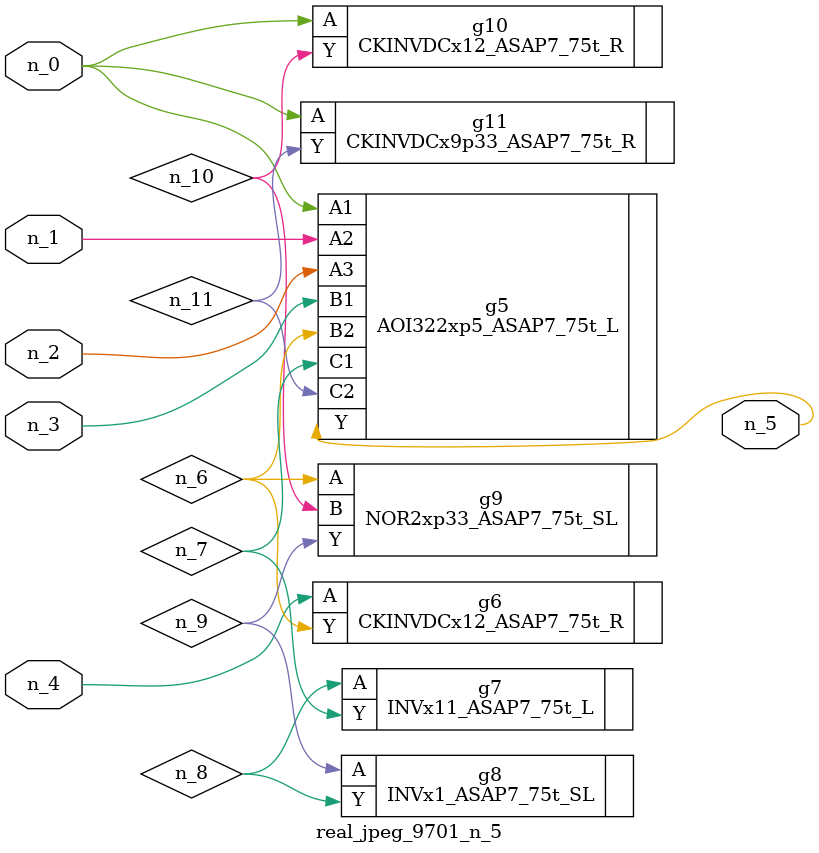
<source format=v>
module real_jpeg_9701_n_5 (n_4, n_0, n_1, n_2, n_3, n_5);

input n_4;
input n_0;
input n_1;
input n_2;
input n_3;

output n_5;

wire n_8;
wire n_11;
wire n_6;
wire n_7;
wire n_10;
wire n_9;

AOI322xp5_ASAP7_75t_L g5 ( 
.A1(n_0),
.A2(n_1),
.A3(n_2),
.B1(n_3),
.B2(n_6),
.C1(n_7),
.C2(n_11),
.Y(n_5)
);

CKINVDCx12_ASAP7_75t_R g10 ( 
.A(n_0),
.Y(n_10)
);

CKINVDCx9p33_ASAP7_75t_R g11 ( 
.A(n_0),
.Y(n_11)
);

CKINVDCx12_ASAP7_75t_R g6 ( 
.A(n_4),
.Y(n_6)
);

NOR2xp33_ASAP7_75t_SL g9 ( 
.A(n_6),
.B(n_10),
.Y(n_9)
);

INVx11_ASAP7_75t_L g7 ( 
.A(n_8),
.Y(n_7)
);

INVx1_ASAP7_75t_SL g8 ( 
.A(n_9),
.Y(n_8)
);


endmodule
</source>
